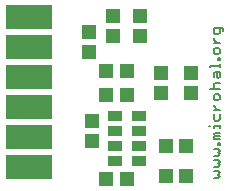
<source format=gts>
G75*
%MOIN*%
%OFA0B0*%
%FSLAX25Y25*%
%IPPOS*%
%LPD*%
%AMOC8*
5,1,8,0,0,1.08239X$1,22.5*
%
%ADD10C,0.00700*%
%ADD11R,0.04934X0.05052*%
%ADD12R,0.05052X0.04934*%
%ADD13R,0.15800X0.08400*%
%ADD14R,0.05131X0.04737*%
%ADD15R,0.04737X0.05131*%
%ADD16R,0.04800X0.03300*%
D10*
X0080297Y0030275D02*
X0080847Y0030275D01*
X0081948Y0030275D02*
X0081948Y0029724D01*
X0081948Y0030275D02*
X0084150Y0030275D01*
X0084150Y0030825D02*
X0084150Y0029724D01*
X0084150Y0028243D02*
X0082499Y0028243D01*
X0081948Y0027692D01*
X0082499Y0027142D01*
X0084150Y0027142D01*
X0084150Y0026041D02*
X0081948Y0026041D01*
X0081948Y0026591D01*
X0082499Y0027142D01*
X0083600Y0024750D02*
X0084150Y0024750D01*
X0084150Y0024199D01*
X0083600Y0024199D01*
X0083600Y0024750D01*
X0083600Y0022718D02*
X0081948Y0022718D01*
X0083600Y0022718D02*
X0084150Y0022168D01*
X0083600Y0021617D01*
X0084150Y0021067D01*
X0083600Y0020516D01*
X0081948Y0020516D01*
X0081948Y0019035D02*
X0083600Y0019035D01*
X0084150Y0018485D01*
X0083600Y0017934D01*
X0084150Y0017384D01*
X0083600Y0016833D01*
X0081948Y0016833D01*
X0081948Y0015352D02*
X0083600Y0015352D01*
X0084150Y0014801D01*
X0083600Y0014251D01*
X0084150Y0013700D01*
X0083600Y0013150D01*
X0081948Y0013150D01*
X0082499Y0032180D02*
X0083600Y0032180D01*
X0084150Y0032730D01*
X0084150Y0034381D01*
X0084150Y0035863D02*
X0081948Y0035863D01*
X0083049Y0035863D02*
X0081948Y0036964D01*
X0081948Y0037514D01*
X0082499Y0038932D02*
X0083600Y0038932D01*
X0084150Y0039482D01*
X0084150Y0040583D01*
X0083600Y0041134D01*
X0082499Y0041134D01*
X0081948Y0040583D01*
X0081948Y0039482D01*
X0082499Y0038932D01*
X0082499Y0042615D02*
X0081948Y0043166D01*
X0081948Y0044267D01*
X0082499Y0044817D01*
X0084150Y0044817D01*
X0083600Y0046298D02*
X0083049Y0046849D01*
X0083049Y0048500D01*
X0082499Y0048500D02*
X0084150Y0048500D01*
X0084150Y0046849D01*
X0083600Y0046298D01*
X0081948Y0046849D02*
X0081948Y0047950D01*
X0082499Y0048500D01*
X0084150Y0049981D02*
X0084150Y0051082D01*
X0084150Y0050532D02*
X0080847Y0050532D01*
X0080847Y0049981D01*
X0083600Y0052437D02*
X0083600Y0052987D01*
X0084150Y0052987D01*
X0084150Y0052437D01*
X0083600Y0052437D01*
X0083600Y0054278D02*
X0082499Y0054278D01*
X0081948Y0054829D01*
X0081948Y0055930D01*
X0082499Y0056480D01*
X0083600Y0056480D01*
X0084150Y0055930D01*
X0084150Y0054829D01*
X0083600Y0054278D01*
X0084150Y0057962D02*
X0081948Y0057962D01*
X0083049Y0057962D02*
X0081948Y0059063D01*
X0081948Y0059613D01*
X0082499Y0061031D02*
X0083600Y0061031D01*
X0084150Y0061581D01*
X0084150Y0063233D01*
X0084700Y0063233D02*
X0081948Y0063233D01*
X0081948Y0061581D01*
X0082499Y0061031D01*
X0085251Y0062132D02*
X0085251Y0062682D01*
X0084700Y0063233D01*
X0084150Y0042615D02*
X0080847Y0042615D01*
X0081948Y0034381D02*
X0081948Y0032730D01*
X0082499Y0032180D01*
D11*
X0052945Y0040800D03*
X0046055Y0040800D03*
X0046055Y0048800D03*
X0052945Y0048800D03*
X0052945Y0012800D03*
X0046055Y0012800D03*
D12*
X0041500Y0025355D03*
X0041500Y0032245D03*
D13*
X0020500Y0016800D03*
X0020500Y0026800D03*
X0020500Y0036800D03*
X0020500Y0046800D03*
X0020500Y0056800D03*
X0020500Y0066800D03*
D14*
X0040500Y0061646D03*
X0040500Y0054954D03*
X0048500Y0060454D03*
X0048500Y0067146D03*
X0057500Y0067146D03*
X0057500Y0060454D03*
X0064500Y0048146D03*
X0064500Y0041454D03*
X0074500Y0041454D03*
X0074500Y0048146D03*
D15*
X0072846Y0023800D03*
X0066154Y0023800D03*
X0066154Y0013800D03*
X0072846Y0013800D03*
D16*
X0057000Y0018800D03*
X0057000Y0023800D03*
X0057000Y0028800D03*
X0057000Y0033800D03*
X0049000Y0033800D03*
X0049000Y0028800D03*
X0049000Y0023800D03*
X0049000Y0018800D03*
M02*

</source>
